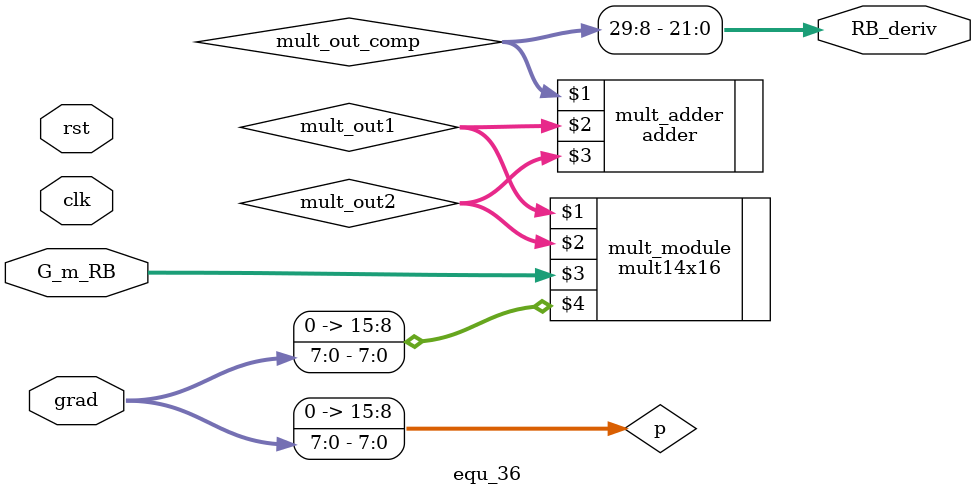
<source format=v>
`timescale 1ns / 1ps
module equ_36
#(parameter dataBitWidth = 14,parameter gradBitWidth=8)
(
input clk,rst,
input [gradBitWidth -1:0] grad,
input [dataBitWidth -1:0] G_m_RB, // green minus RB
output reg [dataBitWidth+gradBitWidth -1:0] RB_deriv
    );
wire [2*gradBitWidth -1:0] p;
assign p={8'h00,grad}; 

wire [dataBitWidth+2*gradBitWidth -1:0] mult_out1,mult_out2,mult_out_comp;
mult14x16 mult_module(mult_out1,mult_out2,G_m_RB,p);
adder #(dataBitWidth+2*gradBitWidth) mult_adder(mult_out_comp,mult_out1,mult_out2);

always @(*)
begin
//RB_deriv = mult_out_comp[dataBitWidth+2*gradBitWidth -1: gradBitWidth -1];
// had to shift output by 1 bit to get the answer matching with that of matlab. 
// couldn't figure out the reason yet
RB_deriv = {mult_out_comp[dataBitWidth+2*gradBitWidth -1],mult_out_comp[dataBitWidth+2*gradBitWidth -1: gradBitWidth ]};
end


endmodule

</source>
